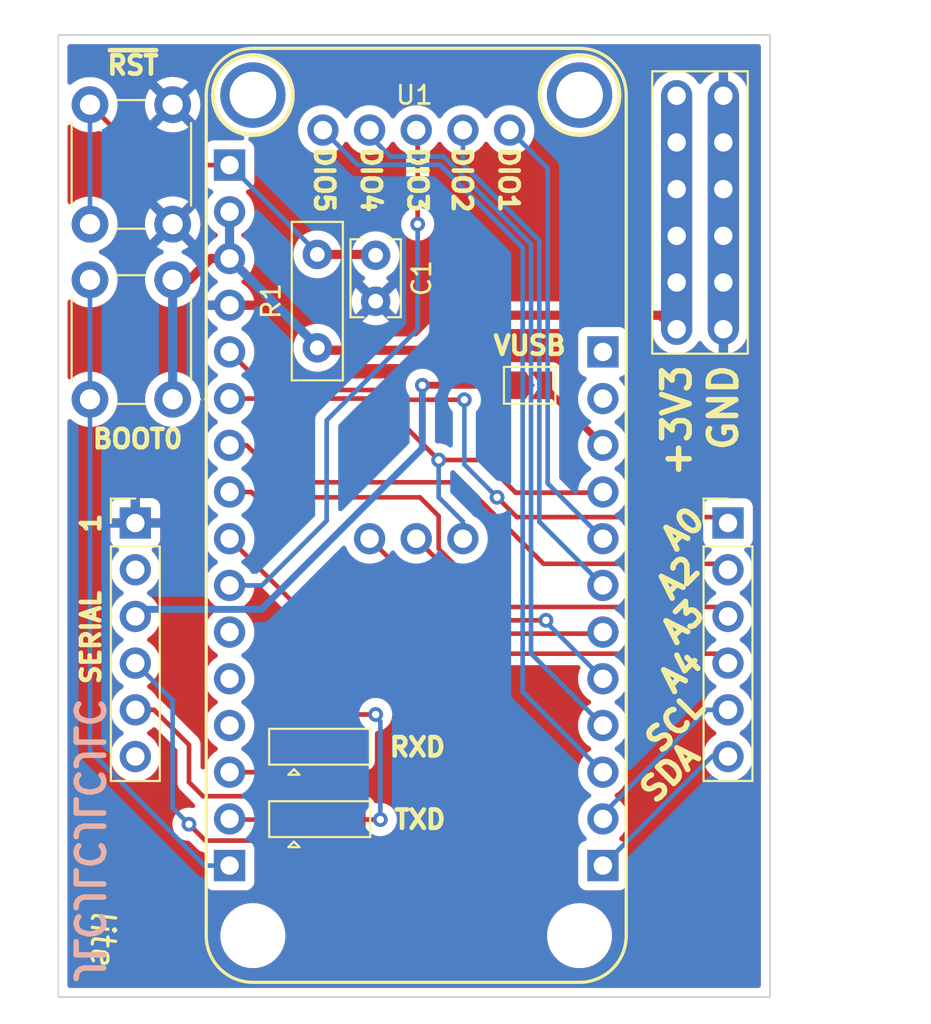
<source format=kicad_pcb>
(kicad_pcb (version 20211014) (generator pcbnew)
  (layers (0 "F.Cu" signal) (31 "B.Cu" signal) (34 "B.Paste" user) (35 "F.Paste" user) (36 "B.SilkS" user "B.Silkscreen") (37 "F.SilkS" user "F.Silkscreen") (38 "B.Mask" user) (39 "F.Mask" user) (44 "Edge.Cuts" user))
  (net 0 "")
  (net 1 "GND")
  (net 4 "3V3")
  (net 5 "SCK")
  (net 6 "MOSI")
  (net 7 "MISO")
  (net 10 "FEATHER_UART_TX")
  (net 11 "FEATHER_UART_RX")
  (net 12 "RFM_~{IRQ}")
  (net 13 "RFM_DIO3")
  (net 14 "RFM_DIO5")
  (net 15 "RFM_DIO4")
  (net 16 "RFM_~{CS}")
  (net 17 "RFM_~{RST}")
  (net 18 "RFM_DIO2")
  (net 19 "RFM_DIO1")
  (net 20 "Net-(J1-Pad3)")
  (net 21 "FEATHER_BOOT0")
  (net 22 "/FT232_TXD")
  (net 23 "/FT232_RXD")
  (net 24 "FEATHER_~{RST}")
  (net 25 "VUSB")
  (net 26 "FEATHER_A0")
  (net 27 "FEATHER_A2")
  (net 28 "FEATHER_A3")
  (net 29 "FEATHER_A4")
  (net 30 "FEATHER_SDA")
  (net 31 "FEATHER_SCL")
  (footprint "Footprints:SolderJumper-3_P2.0mm_Open_TrianglePad1.0x1.5mm" (layer "F.Cu") (at 58.674 160.147)
    (fp_text reference "JP3" hide)
    (fp_text value "SolderJumper_3_Open")
    (fp_line (start -1.4 1.2) (end -1.7 1.5) (layer "F.SilkS") (width 0.12))
    (fp_line (start -2.75 0.95) (end -2.75 -1) (layer "F.SilkS") (width 0.12))
    (fp_line (start -1.1 1.5) (end -1.4 1.2) (layer "F.SilkS") (width 0.12))
    (fp_line (start -2.75 -1) (end 2.75 -1) (layer "F.SilkS") (width 0.12))
    (fp_line (start 2.75 0.95) (end -2.75 0.95) (layer "F.SilkS") (width 0.12))
    (fp_line (start 2.75 -1) (end 2.75 0.95) (layer "F.SilkS") (width 0.12))
    (fp_line (start -1.7 1.5) (end -1.1 1.5) (layer "F.SilkS") (width 0.12))
    (pad "1" smd custom (at -2 0) (size 0.3 0.3) (layers "F.Cu" "F.Mask") (net 10 "FEATHER_UART_TX") (options (clearance outline) (anchor rect)) (primitives (gr_poly (pts (xy 1 0) (xy 0.5 0.75) (xy -0.5 0.75) (xy -0.5 -0.75) (xy 0.5 -0.75)) (width 0) (fill yes))))
    (pad "2" smd custom (at 0 0) (size 0.3 0.3) (layers "F.Cu") (net 22 "/FT232_TXD") (options (clearance outline) (anchor rect)) (primitives (gr_poly (pts (xy 0.7 0) (xy 1.2 0.75) (xy -1.2 0.75) (xy -0.7 0) (xy -1.2 -0.75) (xy 1.2 -0.75)) (width 0) (fill yes))))
    (pad "3" smd custom (at 2 0 180) (size 0.3 0.3) (layers "F.Cu" "F.Mask") (net 11 "FEATHER_UART_RX") (options (clearance outline) (anchor rect)) (primitives (gr_poly (pts (xy 1 0) (xy 0.5 0.75) (xy -0.5 0.75) (xy -0.5 -0.75) (xy 0.5 -0.75)) (width 0) (fill yes))))
  )
  (footprint "Footprints:SW_PUSH_6mm_THT" (layer "F.Cu") (at 50.673 130.787 -90)
    (fp_text reference "SW2" hide)
    (fp_text value "SW_SPST")
    (fp_line (start 1 5.5) (end 5.5 5.5) (layer "F.SilkS") (width 0.12))
    (fp_line (start 5.5 -1) (end 1 -1) (layer "F.SilkS") (width 0.12))
    (fp_line (start -0.25 1.5) (end -0.25 3) (layer "F.SilkS") (width 0.12))
    (fp_line (start 6.75 3) (end 6.75 1.5) (layer "F.SilkS") (width 0.12))
    (pad "1" thru_hole circle (at 6.5 0) (size 2 2) (drill 1.1) (layers *.Cu *.Mask) (net 4 "3V3"))
    (pad "1" thru_hole circle (at 0 0) (size 2 2) (drill 1.1) (layers *.Cu *.Mask) (net 4 "3V3"))
    (pad "2" thru_hole circle (at 6.5 4.5) (size 2 2) (drill 1.1) (layers *.Cu *.Mask) (net 21 "FEATHER_BOOT0"))
    (pad "2" thru_hole circle (at 0 4.5) (size 2 2) (drill 1.1) (layers *.Cu *.Mask) (net 21 "FEATHER_BOOT0"))
  )
  (footprint "Footprints:SolderJumper-3_P2.0mm_Open_TrianglePad1.0x1.5mm" (layer "F.Cu") (at 58.674 156.21)
    (fp_text reference "JP2" hide)
    (fp_text value "SolderJumper_3_Open")
    (fp_line (start 2.75 -1) (end 2.75 0.95) (layer "F.SilkS") (width 0.12))
    (fp_line (start -1.1 1.5) (end -1.4 1.2) (layer "F.SilkS") (width 0.12))
    (fp_line (start 2.75 0.95) (end -2.75 0.95) (layer "F.SilkS") (width 0.12))
    (fp_line (start -1.4 1.2) (end -1.7 1.5) (layer "F.SilkS") (width 0.12))
    (fp_line (start -2.75 0.95) (end -2.75 -1) (layer "F.SilkS") (width 0.12))
    (fp_line (start -1.7 1.5) (end -1.1 1.5) (layer "F.SilkS") (width 0.12))
    (fp_line (start -2.75 -1) (end 2.75 -1) (layer "F.SilkS") (width 0.12))
    (pad "1" smd custom (at -2 0) (size 0.3 0.3) (layers "F.Cu" "F.Mask") (net 11 "FEATHER_UART_RX") (options (clearance outline) (anchor rect)) (primitives (gr_poly (pts (xy 1 0) (xy 0.5 0.75) (xy -0.5 0.75) (xy -0.5 -0.75) (xy 0.5 -0.75)) (width 0) (fill yes))))
    (pad "2" smd custom (at 0 0) (size 0.3 0.3) (layers "F.Cu") (net 23 "/FT232_RXD") (options (clearance outline) (anchor rect)) (primitives (gr_poly (pts (xy 0.7 0) (xy 1.2 0.75) (xy -1.2 0.75) (xy -0.7 0) (xy -1.2 -0.75) (xy 1.2 -0.75)) (width 0) (fill yes))))
    (pad "3" smd custom (at 2 0 180) (size 0.3 0.3) (layers "F.Cu" "F.Mask") (net 10 "FEATHER_UART_TX") (options (clearance outline) (anchor rect)) (primitives (gr_poly (pts (xy 1 0) (xy 0.5 0.75) (xy -0.5 0.75) (xy -0.5 -0.75) (xy 0.5 -0.75)) (width 0) (fill yes))))
  )
  (footprint "Footprints:SW_PUSH_6mm_THT" (layer "F.Cu") (at 50.673 121.262 -90)
    (fp_text reference "SW1" hide)
    (fp_text value "SW_SPST")
    (fp_line (start 5.5 -1) (end 1 -1) (layer "F.SilkS") (width 0.12))
    (fp_line (start 6.75 3) (end 6.75 1.5) (layer "F.SilkS") (width 0.12))
    (fp_line (start 1 5.5) (end 5.5 5.5) (layer "F.SilkS") (width 0.12))
    (fp_line (start -0.25 1.5) (end -0.25 3) (layer "F.SilkS") (width 0.12))
    (pad "1" thru_hole circle (at 6.5 0) (size 2 2) (drill 1.1) (layers *.Cu *.Mask) (net 1 "GND"))
    (pad "1" thru_hole circle (at 0 0) (size 2 2) (drill 1.1) (layers *.Cu *.Mask) (net 1 "GND"))
    (pad "2" thru_hole circle (at 0 4.5) (size 2 2) (drill 1.1) (layers *.Cu *.Mask) (net 24 "FEATHER_~{RST}"))
    (pad "2" thru_hole circle (at 6.5 4.5) (size 2 2) (drill 1.1) (layers *.Cu *.Mask) (net 24 "FEATHER_~{RST}"))
  )
  (footprint "Footprints:FOAM.lite" (layer "F.Cu") (at 47.879 167.767 -90)
    (fp_text reference "REF**" hide)
    (fp_text value "FOAM.lite")
    (fp_text user "lite" (at 0.48 1 -90 unlocked) (layer "F.SilkS") (effects (font (size 1.27 1.27) (thickness 0.1778) italic) (justify right)))
  )
  (footprint "Footprints:C_Rect_L4.0mm_W2.5mm_P2.50mm" (layer "F.Cu") (at 61.722 129.453 -90)
    (fp_text reference "C1" (at 1.25 -2.5 90) (layer "F.SilkS"))
    (fp_text value "0.1uF")
    (fp_line (start -0.87 0.665) (end -0.87 1.37) (layer "F.SilkS") (width 0.12))
    (fp_line (start 3.37 -1.37) (end 3.37 -0.665) (layer "F.SilkS") (width 0.12))
    (fp_line (start -0.87 -1.37) (end 3.37 -1.37) (layer "F.SilkS") (width 0.12))
    (fp_line (start -0.87 1.37) (end 3.37 1.37) (layer "F.SilkS") (width 0.12))
    (fp_line (start -0.87 -1.37) (end -0.87 -0.665) (layer "F.SilkS") (width 0.12))
    (fp_line (start 3.37 0.665) (end 3.37 1.37) (layer "F.SilkS") (width 0.12))
    (pad "1" thru_hole circle (at 0 0 270) (size 1.6 1.6) (drill 0.8) (layers *.Cu *.Mask) (net 24 "FEATHER_~{RST}"))
    (pad "2" thru_hole circle (at 2.5 0 270) (size 1.6 1.6) (drill 0.8) (layers *.Cu *.Mask) (net 1 "GND"))
  )
  (footprint "Footprints:Radio_FeatherWing_16x12+5+3" (layer "F.Cu") (at 63.93 143.6)
    (fp_text reference "U1" (at -0.1 -22.86 unlocked) (layer "F.SilkS"))
    (fp_text value "LoRa Radio FeatherWing")
    (fp_line (start 11.43 -22.86) (end 11.43 22.86) (layer "F.SilkS") (width 0.1778))
    (fp_line (start -11.43 -22.86) (end -11.43 22.86) (layer "F.SilkS") (width 0.1778))
    (fp_line (start -8.89 -25.4) (end 8.89 -25.4) (layer "F.SilkS") (width 0.1778))
    (fp_line (start 8.89 25.4) (end -8.89 25.4) (layer "F.SilkS") (width 0.1778))
    (fp_arc (start -11.43 -22.86) (mid -10.686051 -24.656051) (end -8.89 -25.4) (layer "F.SilkS") (width 0.1778))
    (fp_arc (start -8.89 25.4) (mid -10.686051 24.656051) (end -11.43 22.86) (layer "F.SilkS") (width 0.1778))
    (fp_arc (start 8.89 -25.4) (mid 10.686051 -24.656051) (end 11.43 -22.86) (layer "F.SilkS") (width 0.1778))
    (fp_arc (start 11.43 22.86) (mid 10.686051 24.656051) (end 8.89 25.4) (layer "F.SilkS") (width 0.1778))
    (fp_circle (center -8.89 -22.86) (end -6.731 -22.86) (layer "F.SilkS") (width 0.2032) (fill none))
    (fp_circle (center 8.89 -22.86) (end 11.049 -22.86) (layer "F.SilkS") (width 0.2032) (fill none))
    (pad "" thru_hole circle (at -8.89 -22.86) (size 3.556 3.556) (drill 2.54) (layers *.Cu *.Mask))
    (pad "" np_thru_hole circle (at -8.89 22.86) (size 2.54 2.54) (drill 2.54) (layers F&B.Cu *.Mask))
    (pad "" thru_hole circle (at 8.89 -22.86) (size 3.556 3.556) (drill 2.54) (layers *.Cu *.Mask))
    (pad "" np_thru_hole circle (at 8.89 22.86) (size 2.54 2.54) (drill 2.54) (layers F&B.Cu *.Mask))
    (pad "1" thru_hole rect (at -10.16 -19.05) (size 1.7 1.7) (drill 1) (layers *.Cu *.Mask) (net 24 "FEATHER_~{RST}"))
    (pad "2" thru_hole oval (at -10.16 -16.51) (size 1.7 1.7) (drill 1) (layers *.Cu *.Mask) (net 4 "3V3"))
    (pad "3" thru_hole oval (at -10.16 -13.97) (size 1.7 1.7) (drill 1) (layers *.Cu *.Mask) (net 4 "3V3"))
    (pad "4" thru_hole oval (at -10.16 -11.43) (size 1.7 1.7) (drill 1) (layers *.Cu *.Mask) (net 1 "GND"))
    (pad "5" thru_hole oval (at -10.16 -8.89) (size 1.7 1.7) (drill 1) (layers *.Cu *.Mask) (net 26 "FEATHER_A0"))
    (pad "6" thru_hole oval (at -10.16 -6.35) (size 1.7 1.7) (drill 1) (layers *.Cu *.Mask) (net 12 "RFM_~{IRQ}"))
    (pad "7" thru_hole oval (at -10.16 -3.81) (size 1.7 1.7) (drill 1) (layers *.Cu *.Mask) (net 27 "FEATHER_A2"))
    (pad "8" thru_hole oval (at -10.16 -1.27) (size 1.7 1.7) (drill 1) (layers *.Cu *.Mask) (net 28 "FEATHER_A3"))
    (pad "9" thru_hole oval (at -10.16 1.27) (size 1.7 1.7) (drill 1) (layers *.Cu *.Mask) (net 29 "FEATHER_A4"))
    (pad "10" thru_hole oval (at -10.16 3.81) (size 1.7 1.7) (drill 1) (layers *.Cu *.Mask) (net 13 "RFM_DIO3"))
    (pad "11" thru_hole oval (at -10.16 6.35) (size 1.7 1.7) (drill 1) (layers *.Cu *.Mask) (net 5 "SCK"))
    (pad "12" thru_hole oval (at -10.16 8.89) (size 1.7 1.7) (drill 1) (layers *.Cu *.Mask) (net 6 "MOSI"))
    (pad "13" thru_hole oval (at -10.16 11.43) (size 1.7 1.7) (drill 1) (layers *.Cu *.Mask) (net 7 "MISO"))
    (pad "14" thru_hole oval (at -10.16 13.97) (size 1.7 1.7) (drill 1) (layers *.Cu *.Mask) (net 11 "FEATHER_UART_RX"))
    (pad "15" thru_hole oval (at -10.16 16.51) (size 1.7 1.7) (drill 1) (layers *.Cu *.Mask) (net 10 "FEATHER_UART_TX"))
    (pad "16" thru_hole rect (at -10.16 19.05) (size 1.7 1.7) (drill 1) (layers *.Cu *.Mask) (net 21 "FEATHER_BOOT0"))
    (pad "17" thru_hole rect (at 10.16 19.05) (size 1.7 1.7) (drill 1) (layers *.Cu *.Mask) (net 30 "FEATHER_SDA"))
    (pad "18" thru_hole oval (at 10.16 16.51) (size 1.7 1.7) (drill 1) (layers *.Cu *.Mask) (net 31 "FEATHER_SCL"))
    (pad "19" thru_hole oval (at 10.16 13.97) (size 1.7 1.7) (drill 1) (layers *.Cu *.Mask) (net 14 "RFM_DIO5"))
    (pad "20" thru_hole oval (at 10.16 11.43) (size 1.7 1.7) (drill 1) (layers *.Cu *.Mask) (net 15 "RFM_DIO4"))
    (pad "21" thru_hole oval (at 10.16 8.89) (size 1.7 1.7) (drill 1) (layers *.Cu *.Mask) (net 16 "RFM_~{CS}"))
    (pad "22" thru_hole oval (at 10.16 6.35) (size 1.7 1.7) (drill 1) (layers *.Cu *.Mask) (net 17 "RFM_~{RST}"))
    (pad "23" thru_hole oval (at 10.16 3.81) (size 1.7 1.7) (drill 1) (layers *.Cu *.Mask) (net 18 "RFM_DIO2"))
    (pad "24" thru_hole oval (at 10.16 1.27) (size 1.7 1.7) (drill 1) (layers *.Cu *.Mask) (net 19 "RFM_DIO1"))
    (pad "25" thru_hole oval (at 10.16 -1.27) (size 1.7 1.7) (drill 1) (layers *.Cu *.Mask) (net 12 "RFM_~{IRQ}"))
    (pad "26" thru_hole oval (at 10.16 -3.81) (size 1.7 1.7) (drill 1) (layers *.Cu *.Mask) (net 25 "VUSB"))
    (pad "27" thru_hole oval (at 10.16 -6.35) (size 1.7 1.7) (drill 1) (layers *.Cu *.Mask))
    (pad "28" thru_hole rect (at 10.16 -8.89) (size 1.7 1.7) (drill 1) (layers *.Cu *.Mask))
    (pad "29" thru_hole oval (at 5.08 -20.955 270) (size 1.7 1.7) (drill 1) (layers *.Cu *.Mask) (net 19 "RFM_DIO1"))
    (pad "30" thru_hole oval (at 2.54 -20.955 270) (size 1.7 1.7) (drill 1) (layers *.Cu *.Mask) (net 18 "RFM_DIO2"))
    (pad "31" thru_hole oval (at 0 -20.955 270) (size 1.7 1.7) (drill 1) (layers *.Cu *.Mask) (net 13 "RFM_DIO3"))
    (pad "32" thru_hole oval (at -2.54 -20.955 270) (size 1.7 1.7) (drill 1) (layers *.Cu *.Mask) (net 15 "RFM_DIO4"))
    (pad "33" thru_hole oval (at -5.08 -20.955 270) (size 1.7 1.7) (drill 1) (layers *.Cu *.Mask) (net 14 "RFM_DIO5"))
    (pad "34" thru_hole circle (at 2.54 1.27) (size 1.7 1.7) (drill 1) (layers *.Cu *.Mask) (net 12 "RFM_~{IRQ}"))
    (pad "35" thru_hole circle (at 0 1.27) (size 1.7 1.7) (drill 1) (layers *.Cu *.Mask) (net 16 "RFM_~{CS}"))
    (pad "36" thru_hole circle (at -2.54 1.27) (size 1.7 1.7) (drill 1) (layers *.Cu *.Mask) (net 17 "RFM_~{RST}"))
  )
  (footprint "Footprints:PinHeader_1x06_P2.54mm_Vertical" (layer "F.Cu") (at 80.899 144.018)
    (fp_text reference "J2" hide)
    (fp_text value "Conn_01x06")
    (fp_line (start -1.33 0) (end -1.33 -1.33) (layer "F.SilkS") (width 0.12))
    (fp_line (start -1.33 1.27) (end -1.33 14.03) (layer "F.SilkS") (width 0.12))
    (fp_line (start -1.33 -1.33) (end 0 -1.33) (layer "F.SilkS") (width 0.12))
    (fp_line (start -1.33 14.03) (end 1.33 14.03) (layer "F.SilkS") (width 0.12))
    (fp_line (start 1.33 1.27) (end 1.33 14.03) (layer "F.SilkS") (width 0.12))
    (fp_line (start -1.33 1.27) (end 1.33 1.27) (layer "F.SilkS") (width 0.12))
    (pad "1" thru_hole rect (at 0 0) (size 1.7 1.7) (drill 1) (layers *.Cu *.Mask) (net 26 "FEATHER_A0"))
    (pad "2" thru_hole oval (at 0 2.54) (size 1.7 1.7) (drill 1) (layers *.Cu *.Mask) (net 27 "FEATHER_A2"))
    (pad "3" thru_hole oval (at 0 5.08) (size 1.7 1.7) (drill 1) (layers *.Cu *.Mask) (net 28 "FEATHER_A3"))
    (pad "4" thru_hole oval (at 0 7.62) (size 1.7 1.7) (drill 1) (layers *.Cu *.Mask) (net 29 "FEATHER_A4"))
    (pad "5" thru_hole oval (at 0 10.16) (size 1.7 1.7) (drill 1) (layers *.Cu *.Mask) (net 31 "FEATHER_SCL"))
    (pad "6" thru_hole oval (at 0 12.7) (size 1.7 1.7) (drill 1) (layers *.Cu *.Mask) (net 30 "FEATHER_SDA"))
  )
  (footprint "Footprints:PinHeader_1x06_P2.54mm_Vertical" (layer "F.Cu") (at 48.641 144.018)
    (fp_text reference "J1" hide)
    (fp_text value "Conn_01x06")
    (fp_line (start -1.33 14.03) (end 1.33 14.03) (layer "F.SilkS") (width 0.12))
    (fp_line (start 1.33 1.27) (end 1.33 14.03) (layer "F.SilkS") (width 0.12))
    (fp_line (start -1.33 -1.33) (end 0 -1.33) (layer "F.SilkS") (width 0.12))
    (fp_line (start -1.33 1.27) (end -1.33 14.03) (layer "F.SilkS") (width 0.12))
    (fp_line (start -1.33 0) (end -1.33 -1.33) (layer "F.SilkS") (width 0.12))
    (fp_line (start -1.33 1.27) (end 1.33 1.27) (layer "F.SilkS") (width 0.12))
    (pad "1" thru_hole rect (at 0 0) (size 1.7 1.7) (drill 1) (layers *.Cu *.Mask) (net 1 "GND"))
    (pad "2" thru_hole oval (at 0 2.54) (size 1.7 1.7) (drill 1) (layers *.Cu *.Mask))
    (pad "3" thru_hole oval (at 0 5.08) (size 1.7 1.7) (drill 1) (layers *.Cu *.Mask) (net 20 "Net-(J1-Pad3)"))
    (pad "4" thru_hole oval (at 0 7.62) (size 1.7 1.7) (drill 1) (layers *.Cu *.Mask) (net 22 "/FT232_TXD"))
    (pad "5" thru_hole oval (at 0 10.16) (size 1.7 1.7) (drill 1) (layers *.Cu *.Mask) (net 23 "/FT232_RXD"))
    (pad "6" thru_hole oval (at 0 12.7) (size 1.7 1.7) (drill 1) (layers *.Cu *.Mask))
  )
  (footprint "Footprints:R_Box_L8.4mm_W2.5mm_P5.08mm" (layer "F.Cu") (at 58.547 134.488 90)
    (fp_text reference "R1" (at 2.54 -2.52 90) (layer "F.SilkS"))
    (fp_text value "10k")
    (fp_line (start -1.77 -1.39) (end 6.85 -1.39) (layer "F.SilkS") (width 0.12))
    (fp_line (start -1.77 1.39) (end 6.85 1.39) (layer "F.SilkS") (width 0.12))
    (fp_line (start 6.85 -1.39) (end 6.85 1.39) (layer "F.SilkS") (width 0.12))
    (fp_line (start -1.77 -1.39) (end -1.77 1.39) (layer "F.SilkS") (width 0.12))
    (pad "1" thru_hole circle (at 0 0 90) (size 1.6 1.6) (drill 0.8) (layers *.Cu *.Mask) (net 4 "3V3"))
    (pad "2" thru_hole circle (at 5.08 0 90) (size 1.6 1.6) (drill 0.8) (layers *.Cu *.Mask) (net 24 "FEATHER_~{RST}"))
  )
  (footprint "Footprints:PinSocket_2x06_P2.54mm_Vertical_No_Index" (layer "F.Cu") (at 78.105 133.477 180)
    (fp_text reference "J3" hide)
    (fp_text value "Conn_02x06_Odd_Even")
    (fp_rect (start -0.85 0) (end 0.85 12.7) (layer "F.Cu") (width 0) (fill solid))
    (fp_rect (start -3.39 0.04) (end -1.69 12.74) (layer "F.Cu") (width 0) (fill solid))
    (fp_rect (start -3.39 0) (end -1.69 12.7) (layer "B.Cu") (width 0) (fill solid))
    (fp_rect (start -0.85 0) (end 0.85 12.7) (layer "B.Cu") (width 0) (fill solid))
    (fp_line (start 1.33 1.27) (end 1.33 14.03) (layer "F.SilkS") (width 0.12))
    (fp_line (start -3.87 14.03) (end 1.33 14.03) (layer "F.SilkS") (width 0.12))
    (fp_line (start -3.87 -1.33) (end -3.87 14.03) (layer "F.SilkS") (width 0.12))
    (fp_line (start -3.87 -1.33) (end -1.27 -1.33) (layer "F.SilkS") (width 0.12))
    (fp_line (start -1.27 -1.33) (end 1.33 -1.33) (layer "F.SilkS") (width 0.12))
    (fp_line (start 1.33 -1.33) (end 1.33 1.27) (layer "F.SilkS") (width 0.12))
    (pad "1" thru_hole circle (at 0 0 180) (size 1.7 1.7) (drill 1) (layers *.Cu *.Mask) (net 4 "3V3"))
    (pad "2" thru_hole oval (at -2.54 0 180) (size 1.7 1.7) (drill 1) (layers *.Cu *.Mask) (net 1 "GND"))
    (pad "3" thru_hole oval (at 0 2.54 180) (size 1.7 1.7) (drill 1) (layers *.Cu *.Mask) (net 4 "3V3"))
    (pad "4" thru_hole oval (at -2.54 2.54 180) (size 1.7 1.7) (drill 1) (layers *.Cu *.Mask) (net 1 "GND"))
    (pad "5" thru_hole oval (at 0 5.08 180) (size 1.7 1.7) (drill 1) (layers *.Cu *.Mask) (net 4 "3V3"))
    (pad "6" thru_hole oval (at -2.54 5.08 180) (size 1.7 1.7) (drill 1) (layers *.Cu *.Mask) (net 1 "GND"))
    (pad "7" thru_hole oval (at 0 7.62 180) (size 1.7 1.7) (drill 1) (layers *.Cu *.Mask) (net 4 "3V3"))
    (pad "8" thru_hole oval (at -2.54 7.62 180) (size 1.7 1.7) (drill 1) (layers *.Cu *.Mask) (net 1 "GND"))
    (pad "9" thru_hole oval (at 0 10.16 180) (size 1.7 1.7) (drill 1) (layers *.Cu *.Mask) (net 4 "3V3"))
    (pad "10" thru_hole oval (at -2.54 10.16 180) (size 1.7 1.7) (drill 1) (layers *.Cu *.Mask) (net 1 "GND"))
    (pad "11" thru_hole oval (at 0 12.7 180) (size 1.7 1.7) (drill 1) (layers *.Cu *.Mask) (net 4 "3V3"))
    (pad "12" thru_hole oval (at -2.54 12.7 180) (size 1.7 1.7) (drill 1) (layers *.Cu *.Mask) (net 1 "GND"))
  )
  (footprint "Footprints:SolderJumper-2_P1.3mm_Open_TrianglePad1.0x1.5mm" (layer "F.Cu") (at 70.104 136.525)
    (fp_text reference "JP1" hide)
    (fp_text value "SolderJumper_2_Open")
    (fp_line (start -1.4 -1) (end 1.4 -1) (layer "F.SilkS") (width 0.12))
    (fp_line (start 1.4 1) (end -1.4 1) (layer "F.SilkS") (width 0.12))
    (fp_line (start -1.4 1) (end -1.4 -1) (layer "F.SilkS") (width 0.12))
    (fp_line (start 1.4 -1) (end 1.4 1) (layer "F.SilkS") (width 0.12))
    (pad "1" smd custom (at -0.725 0) (size 0.3 0.3) (layers "F.Cu" "F.Mask") (net 20 "Net-(J1-Pad3)") (options (clearance outline) (anchor rect)) (primitives (gr_poly (pts (xy 1 0) (xy 0.5 0.75) (xy -0.5 0.75) (xy -0.5 -0.75) (xy 0.5 -0.75)) (width 0) (fill yes))))
    (pad "2" smd custom (at 0.725 0) (size 0.3 0.3) (layers "F.Cu" "F.Mask") (net 25 "VUSB") (options (clearance outline) (anchor rect)) (primitives (gr_poly (pts (xy 0.5 0.75) (xy -0.65 0.75) (xy -0.15 0) (xy -0.65 -0.75) (xy 0.5 -0.75)) (width 0) (fill yes))))
  )
  (gr_rect (start 83.185 169.799) (end 44.45 117.475) (layer "Edge.Cuts") (width 0.1) (fill none))
  (gr_text "JLCJLCJLCJLC" (at 46.101 161.29 270) (layer "B.SilkS") (effects (font (size 1.5 1.5) (thickness 0.3)) (justify mirror)))
  (gr_text "~{RST}" (at 48.514 119.126) (layer "F.SilkS") (effects (font (size 1 1) (thickness 0.25))))
  (gr_text "DIO5" (at 58.928 123.444 270) (layer "F.SilkS") (effects (font (size 1 1) (thickness 0.25)) (justify left)))
  (gr_text "TXD" (at 62.611 160.147) (layer "F.SilkS") (effects (font (size 1 1) (thickness 0.25)) (justify left)))
  (gr_text "DIO3" (at 64.008 123.444 270) (layer "F.SilkS") (effects (font (size 1 1) (thickness 0.25)) (justify left)))
  (gr_text "A0" (at 79.375 143.383 45) (layer "F.SilkS") (effects (font (size 1.25 1.25) (thickness 0.3)) (justify right)))
  (gr_text "1" (at 46.228 144.018 90) (layer "F.SilkS") (effects (font (size 1 1) (thickness 0.25))))
  (gr_text "VUSB" (at 70.104 134.366) (layer "F.SilkS") (effects (font (size 1 1) (thickness 0.25))))
  (gr_text "SCL" (at 79.375 153.543 45) (layer "F.SilkS") (effects (font (size 1.25 1.25) (thickness 0.3)) (justify right)))
  (gr_text "SERIAL" (at 46.228 150.241 90) (layer "F.SilkS") (effects (font (size 1 1) (thickness 0.25))))
  (gr_text "RXD" (at 62.357 156.21) (layer "F.SilkS") (effects (font (size 1 1) (thickness 0.25)) (justify left)))
  (gr_text "BOOT0" (at 48.768 139.446) (layer "F.SilkS") (effects (font (size 1 1) (thickness 0.25))))
  (gr_text "SDA" (at 79.121 156.21 45) (layer "F.SilkS") (effects (font (size 1.25 1.25) (thickness 0.3)) (justify right)))
  (gr_text "A4" (at 79.248 151.13 45) (layer "F.SilkS") (effects (font (size 1.25 1.25) (thickness 0.3)) (justify right)))
  (gr_text "DIO4" (at 61.468 123.444 270) (layer "F.SilkS") (effects (font (size 1 1) (thickness 0.25)) (justify left)))
  (gr_text "DIO1" (at 68.961 123.444 270) (layer "F.SilkS") (effects (font (size 1 1) (thickness 0.25)) (justify left)))
  (gr_text "GND" (at 80.645 135.255 90) (layer "F.SilkS") (effects (font (size 1.5 1.5) (thickness 0.3)) (justify right)))
  (gr_text "A3" (at 79.375 148.463 45) (layer "F.SilkS") (effects (font (size 1.25 1.25) (thickness 0.3)) (justify right)))
  (gr_text "A2" (at 79.121 146.05 45) (layer "F.SilkS") (effects (font (size 1.25 1.25) (thickness 0.3)) (justify right)))
  (gr_text "DIO2" (at 66.421 123.444 270) (layer "F.SilkS") (effects (font (size 1 1) (thickness 0.25)) (justify left)))
  (gr_text "+3V3" (at 78.105 135.255 90) (layer "F.SilkS") (effects (font (size 1.5 1.5) (thickness 0.3)) (justify right)))
  (segment (start 51.585 130.787) (end 52.742 129.63) (width 0.5) (layer "F.Cu") (net 4))
  (segment (start 50.673 130.787) (end 51.585 130.787) (width 0.5) (layer "F.Cu") (net 4))
  (segment (start 52.742 129.63) (end 53.77 129.63) (width 0.5) (layer "F.Cu") (net 4))
  (segment (start 58.679 134.62) (end 64.262 134.62) (width 0.5) (layer "F.Cu") (net 4))
  (segment (start 77.226022 132.715) (end 78.046511 133.535489) (width 0.5) (layer "F.Cu") (net 4))
  (segment (start 66.167 132.715) (end 77.226022 132.715) (width 0.5) (layer "F.Cu") (net 4))
  (segment (start 64.262 134.62) (end 66.167 132.715) (width 0.5) (layer "F.Cu") (net 4))
  (segment (start 78.105 130.937) (end 78.105 133.477) (width 0.5) (layer "B.Cu") (net 4))
  (segment (start 53.77 127.09) (end 53.77 129.63) (width 0.5) (layer "B.Cu") (net 4))
  (segment (start 58.547 134.407) (end 53.77 129.63) (width 0.5) (layer "B.Cu") (net 4))
  (segment (start 50.673 137.287) (end 50.673 130.787) (width 0.5) (layer "B.Cu") (net 4))
  (segment (start 58.86948 157.28452) (end 60.39348 157.28452) (width 0.25) (layer "F.Cu") (net 10))
  (segment (start 53.807 160.147) (end 56.674 160.147) (width 0.25) (layer "F.Cu") (net 10))
  (segment (start 60.674 157.004) (end 60.674 156.21) (width 0.25) (layer "F.Cu") (net 10))
  (segment (start 60.39348 157.28452) (end 60.674 157.004) (width 0.25) (layer "F.Cu") (net 10))
  (segment (start 56.674 160.147) (end 56.674 159.48) (width 0.25) (layer "F.Cu") (net 10))
  (segment (start 56.674 159.48) (end 58.86948 157.28452) (width 0.25) (layer "F.Cu") (net 10))
  (segment (start 53.77 157.57) (end 55.314 157.57) (width 0.254) (layer "F.Cu") (net 11))
  (segment (start 56.674 155.41215) (end 57.65415 154.432) (width 0.254) (layer "F.Cu") (net 11))
  (segment (start 56.674 156.21) (end 56.674 155.41215) (width 0.254) (layer "F.Cu") (net 11))
  (segment (start 55.314 157.57) (end 56.674 156.21) (width 0.254) (layer "F.Cu") (net 11))
  (segment (start 57.65415 154.432) (end 61.722 154.432) (width 0.254) (layer "F.Cu") (net 11))
  (segment (start 60.674 160.147) (end 61.976 160.147) (width 0.254) (layer "F.Cu") (net 11))
  (via (at 61.976 160.147) (size 0.8) (drill 0.4) (layers "F.Cu" "B.Cu") (net 11))
  (via (at 61.722 154.432) (size 0.8) (drill 0.4) (layers "F.Cu" "B.Cu") (net 11))
  (segment (start 61.976 154.813) (end 61.849 154.686) (width 0.254) (layer "B.Cu") (net 11))
  (segment (start 61.849 154.559) (end 61.722 154.432) (width 0.254) (layer "B.Cu") (net 11))
  (segment (start 61.976 160.147) (end 61.976 154.813) (width 0.254) (layer "B.Cu") (net 11))
  (segment (start 61.849 154.686) (end 61.849 154.559) (width 0.254) (layer "B.Cu") (net 11))
  (segment (start 61.812 137.25) (end 65.151 140.589) (width 0.254) (layer "F.Cu") (net 12))
  (segment (start 67.564 140.589) (end 65.151 140.589) (width 0.254) (layer "F.Cu") (net 12))
  (segment (start 74.053 142.367) (end 69.342 142.367) (width 0.254) (layer "F.Cu") (net 12))
  (segment (start 53.77 137.25) (end 61.812 137.25) (width 0.254) (layer "F.Cu") (net 12))
  (segment (start 69.342 142.367) (end 67.564 140.589) (width 0.254) (layer "F.Cu") (net 12))
  (via (at 65.151 140.589) (size 0.8) (drill 0.4) (layers "F.Cu" "B.Cu") (net 12))
  (segment (start 65.151 142.621) (end 65.151 140.589) (width 0.254) (layer "B.Cu") (net 12))
  (segment (start 66.47 144.87) (end 66.47 143.94) (width 0.254) (layer "B.Cu") (net 12))
  (segment (start 66.47 143.94) (end 65.151 142.621) (width 0.254) (layer "B.Cu") (net 12))
  (segment (start 64.008 122.723) (end 64.008 127.762) (width 0.254) (layer "F.Cu") (net 13))
  (via (at 64.008 127.762) (size 0.8) (drill 0.4) (layers "F.Cu" "B.Cu") (net 13))
  (segment (start 64.008 133.477) (end 64.008 127.762) (width 0.254) (layer "B.Cu") (net 13))
  (segment (start 59.055 138.43) (end 64.008 133.477) (width 0.254) (layer "B.Cu") (net 13))
  (segment (start 55.536 147.41) (end 59.055 143.891) (width 0.254) (layer "B.Cu") (net 13))
  (segment (start 53.77 147.41) (end 55.536 147.41) (width 0.254) (layer "B.Cu") (net 13))
  (segment (start 59.055 143.891) (end 59.055 138.43) (width 0.254) (layer "B.Cu") (net 13))
  (segment (start 65.223511 124.532511) (end 69.723 129.032) (width 0.254) (layer "B.Cu") (net 14))
  (segment (start 60.737511 124.532511) (end 65.223511 124.532511) (width 0.254) (layer "B.Cu") (net 14))
  (segment (start 69.723 129.032) (end 69.723 153.203) (width 0.254) (layer "B.Cu") (net 14))
  (segment (start 58.85 122.645) (end 60.737511 124.532511) (width 0.254) (layer "B.Cu") (net 14))
  (segment (start 69.723 153.203) (end 74.09 157.57) (width 0.254) (layer "B.Cu") (net 14))
  (segment (start 62.520161 124.079) (end 65.411362 124.079) (width 0.254) (layer "B.Cu") (net 15))
  (segment (start 61.39 122.948839) (end 62.520161 124.079) (width 0.254) (layer "B.Cu") (net 15))
  (segment (start 65.411362 124.079) (end 70.176511 128.84415) (width 0.254) (layer "B.Cu") (net 15))
  (segment (start 70.176511 151.116511) (end 74.09 155.03) (width 0.254) (layer "B.Cu") (net 15))
  (segment (start 70.176511 128.84415) (end 70.176511 151.116511) (width 0.254) (layer "B.Cu") (net 15))
  (segment (start 63.93 144.87) (end 68.369011 149.309011) (width 0.25) (layer "F.Cu") (net 16))
  (segment (start 68.369011 149.309011) (end 70.993 149.309011) (width 0.25) (layer "F.Cu") (net 16))
  (via (at 70.993 149.309011) (size 0.8) (drill 0.4) (layers "F.Cu" "B.Cu") (net 16))
  (segment (start 74.09 152.49) (end 70.993 149.393) (width 0.25) (layer "B.Cu") (net 16))
  (segment (start 70.993 149.393) (end 70.993 149.309011) (width 0.25) (layer "B.Cu") (net 16))
  (segment (start 61.39 144.87) (end 66.553512 150.033512) (width 0.25) (layer "F.Cu") (net 17))
  (segment (start 66.553512 150.033512) (end 74.006488 150.033512) (width 0.25) (layer "F.Cu") (net 17))
  (segment (start 66.47 122.645) (end 66.47 124.496278) (width 0.254) (layer "B.Cu") (net 18))
  (segment (start 70.630022 143.950022) (end 74.09 147.41) (width 0.254) (layer "B.Cu") (net 18))
  (segment (start 70.630022 128.6563) (end 70.630022 143.950022) (width 0.254) (layer "B.Cu") (net 18))
  (segment (start 66.47 124.496278) (end 70.630022 128.6563) (width 0.254) (layer "B.Cu") (net 18))
  (segment (start 71.083533 124.718533) (end 71.083533 141.863533) (width 0.254) (layer "B.Cu") (net 19))
  (segment (start 71.083533 141.863533) (end 74.09 144.87) (width 0.254) (layer "B.Cu") (net 19))
  (segment (start 69.01 122.645) (end 71.083533 124.718533) (width 0.254) (layer "B.Cu") (net 19))
  (segment (start 69.379 136.525) (end 64.262 136.525) (width 0.375) (layer "F.Cu") (net 20))
  (via (at 64.262 136.525) (size 0.8) (drill 0.4) (layers "F.Cu" "B.Cu") (net 20))
  (segment (start 64.262 139.954) (end 64.262 136.525) (width 0.375) (layer "B.Cu") (net 20))
  (segment (start 55.503011 148.712989) (end 64.262 139.954) (width 0.375) (layer "B.Cu") (net 20))
  (segment (start 49.026011 148.712989) (end 55.503011 148.712989) (width 0.375) (layer "B.Cu") (net 20))
  (segment (start 46.173 156.409) (end 52.414 162.65) (width 0.25) (layer "B.Cu") (net 21))
  (segment (start 46.173 137.287) (end 46.173 156.409) (width 0.25) (layer "B.Cu") (net 21))
  (segment (start 52.414 162.65) (end 53.77 162.65) (width 0.25) (layer "B.Cu") (net 21))
  (segment (start 46.173 130.787) (end 46.173 137.287) (width 0.254) (layer "B.Cu") (net 21))
  (segment (start 57.9755 161.29) (end 52.451 161.29) (width 0.254) (layer "F.Cu") (net 22))
  (segment (start 52.451 161.29) (end 51.562 160.401) (width 0.254) (layer "F.Cu") (net 22))
  (segment (start 58.674 160.5915) (end 57.9755 161.29) (width 0.254) (layer "F.Cu") (net 22))
  (via (at 51.562 160.401) (size 0.8) (drill 0.4) (layers "F.Cu" "B.Cu") (net 22))
  (segment (start 51.562 160.401) (end 50.669511 159.508511) (width 0.254) (layer "B.Cu") (net 22))
  (segment (start 50.669511 159.508511) (end 50.669511 153.666511) (width 0.254) (layer "B.Cu") (net 22))
  (segment (start 50.669511 153.666511) (end 48.641 151.638) (width 0.254) (layer "B.Cu") (net 22))
  (segment (start 51.562 158.115) (end 52.324 158.877) (width 0.254) (layer "F.Cu") (net 23))
  (segment (start 48.641 154.178) (end 49.657 154.178) (width 0.254) (layer "F.Cu") (net 23))
  (segment (start 51.562 156.083) (end 51.562 158.115) (width 0.254) (layer "F.Cu") (net 23))
  (segment (start 52.324 158.877) (end 56.007 158.877) (width 0.254) (layer "F.Cu") (net 23))
  (segment (start 56.007 158.877) (end 58.674 156.21) (width 0.254) (layer "F.Cu") (net 23))
  (segment (start 49.657 154.178) (end 51.562 156.083) (width 0.254) (layer "F.Cu") (net 23))
  (segment (start 49.461 124.55) (end 53.77 124.55) (width 0.254) (layer "F.Cu") (net 24))
  (segment (start 58.547 129.408) (end 61.677 129.408) (width 0.5) (layer "F.Cu") (net 24))
  (segment (start 46.173 121.262) (end 49.461 124.55) (width 0.254) (layer "F.Cu") (net 24))
  (segment (start 53.77 124.55) (end 58.547 129.327) (width 0.254) (layer "B.Cu") (net 24))
  (segment (start 46.173 121.262) (end 46.173 127.762) (width 0.254) (layer "B.Cu") (net 24))
  (segment (start 70.829 136.525) (end 74.053 139.749) (width 0.375) (layer "F.Cu") (net 25))
  (segment (start 80.576489 143.695489) (end 69.409087 143.695489) (width 0.25) (layer "F.Cu") (net 26))
  (segment (start 69.409087 143.695489) (end 68.330299 142.616701) (width 0.25) (layer "F.Cu") (net 26))
  (segment (start 55.843011 136.783011) (end 62.488011 136.783011) (width 0.25) (layer "F.Cu") (net 26))
  (segment (start 63.017 137.312) (end 66.548 137.312) (width 0.25) (layer "F.Cu") (net 26))
  (segment (start 62.488011 136.783011) (end 63.017 137.312) (width 0.25) (layer "F.Cu") (net 26))
  (segment (start 53.77 134.71) (end 55.843011 136.783011) (width 0.25) (layer "F.Cu") (net 26))
  (via (at 68.330299 142.616701) (size 0.8) (drill 0.4) (layers "F.Cu" "B.Cu") (net 26))
  (via (at 66.548 137.312) (size 0.8) (drill 0.4) (layers "F.Cu" "B.Cu") (net 26))
  (segment (start 66.548 140.834402) (end 66.548 137.312) (width 0.25) (layer "B.Cu") (net 26))
  (segment (start 68.330299 142.616701) (end 66.548 140.834402) (width 0.25) (layer "B.Cu") (net 26))
  (segment (start 66.428011 141.802511) (end 70.860989 146.235489) (width 0.25) (layer "F.Cu") (net 27))
  (segment (start 56.712511 141.802511) (end 66.428011 141.802511) (width 0.25) (layer "F.Cu") (net 27))
  (segment (start 54.7 139.79) (end 56.712511 141.802511) (width 0.25) (layer "F.Cu") (net 27))
  (segment (start 70.860989 146.235489) (end 80.576489 146.235489) (width 0.25) (layer "F.Cu") (net 27))
  (segment (start 53.77 139.79) (end 54.7 139.79) (width 0.25) (layer "F.Cu") (net 27))
  (segment (start 65.151 143.637) (end 65.151 145.415) (width 0.25) (layer "F.Cu") (net 28))
  (segment (start 80.385511 148.584511) (end 80.899 149.098) (width 0.25) (layer "F.Cu") (net 28))
  (segment (start 64.135 142.621) (end 65.151 143.637) (width 0.25) (layer "F.Cu") (net 28))
  (segment (start 53.77 142.33) (end 54.954 142.33) (width 0.25) (layer "F.Cu") (net 28))
  (segment (start 65.151 145.415) (end 68.320511 148.584511) (width 0.25) (layer "F.Cu") (net 28))
  (segment (start 55.245 142.621) (end 64.135 142.621) (width 0.25) (layer "F.Cu") (net 28))
  (segment (start 54.954 142.33) (end 55.245 142.621) (width 0.25) (layer "F.Cu") (net 28))
  (segment (start 68.320511 148.584511) (end 80.385511 148.584511) (width 0.25) (layer "F.Cu") (net 28))
  (segment (start 80.385511 151.124511) (end 80.899 151.638) (width 0.25) (layer "F.Cu") (net 29))
  (segment (start 53.77 144.87) (end 60.024511 151.124511) (width 0.25) (layer "F.Cu") (net 29))
  (segment (start 60.024511 151.124511) (end 80.385511 151.124511) (width 0.25) (layer "F.Cu") (net 29))
  (segment (start 74.09 162.65) (end 80.022 156.718) (width 0.25) (layer "B.Cu") (net 30))
  (segment (start 80.022 156.718) (end 80.899 156.718) (width 0.25) (layer "B.Cu") (net 30))
  (segment (start 74.09 159.844) (end 79.756 154.178) (width 0.25) (layer "B.Cu") (net 31))
  (segment (start 79.756 154.178) (end 80.899 154.178) (width 0.25) (layer "B.Cu") (net 31))
  (zone (net 1) (net_name "GND") (layers F&B.Cu) (connect_pads (clearance 0.5)) (min_thickness 0.254) (fill yes (thermal_gap 0.508) (thermal_bridge_width 0.508))
    (polygon (pts (xy 91.948 170.307) (xy 41.275 170.307) (xy 41.275 115.57) (xy 91.948 115.57)))
  )
)
</source>
